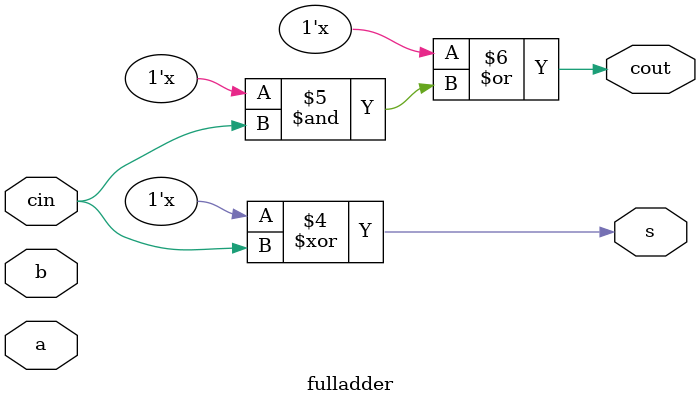
<source format=sv>

module fulladder (input  logic a, b, cin,
                  output logic s, cout);
  logic p, g;

  always_comb
    begin
      p <= a ^ b;              // nonblocking
      g <= a & b;              // nonblocking

      s <= p ^ cin;            
      cout <= g | (p & cin);   
    end
endmodule

</source>
